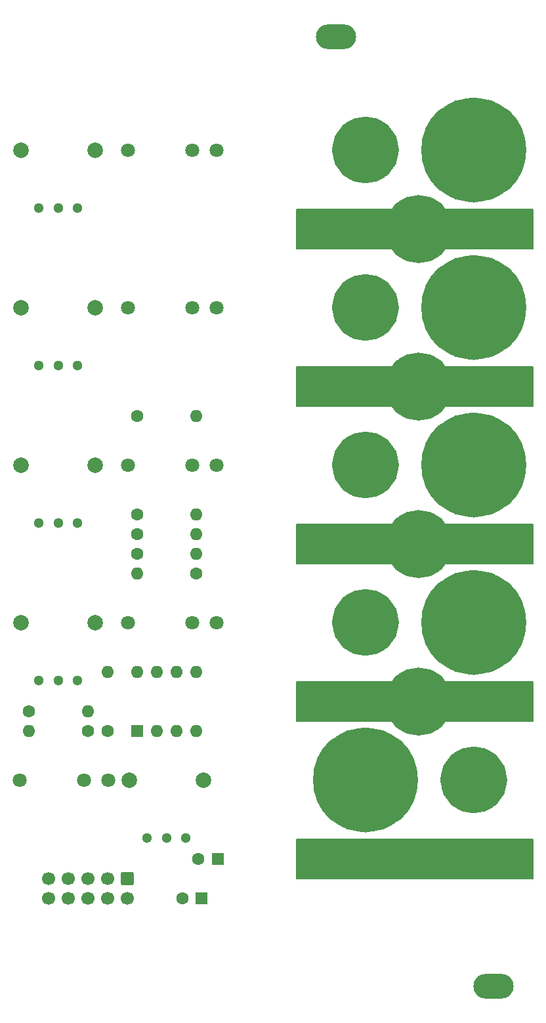
<source format=gbr>
%TF.GenerationSoftware,KiCad,Pcbnew,8.0.1-8.0.1-1~ubuntu22.04.1*%
%TF.CreationDate,2024-04-08T16:27:00+02:00*%
%TF.ProjectId,HagiwoEurorackMixer,48616769-776f-4457-9572-6f7261636b4d,rev?*%
%TF.SameCoordinates,Original*%
%TF.FileFunction,Soldermask,Top*%
%TF.FilePolarity,Negative*%
%FSLAX46Y46*%
G04 Gerber Fmt 4.6, Leading zero omitted, Abs format (unit mm)*
G04 Created by KiCad (PCBNEW 8.0.1-8.0.1-1~ubuntu22.04.1) date 2024-04-08 16:27:00*
%MOMM*%
%LPD*%
G01*
G04 APERTURE LIST*
G04 Aperture macros list*
%AMRoundRect*
0 Rectangle with rounded corners*
0 $1 Rounding radius*
0 $2 $3 $4 $5 $6 $7 $8 $9 X,Y pos of 4 corners*
0 Add a 4 corners polygon primitive as box body*
4,1,4,$2,$3,$4,$5,$6,$7,$8,$9,$2,$3,0*
0 Add four circle primitives for the rounded corners*
1,1,$1+$1,$2,$3*
1,1,$1+$1,$4,$5*
1,1,$1+$1,$6,$7*
1,1,$1+$1,$8,$9*
0 Add four rect primitives between the rounded corners*
20,1,$1+$1,$2,$3,$4,$5,0*
20,1,$1+$1,$4,$5,$6,$7,0*
20,1,$1+$1,$6,$7,$8,$9,0*
20,1,$1+$1,$8,$9,$2,$3,0*%
G04 Aperture macros list end*
%ADD10C,4.302403*%
%ADD11C,4.385523*%
%ADD12C,0.150000*%
%ADD13C,6.780792*%
%ADD14C,3.500000*%
%ADD15C,1.800000*%
%ADD16C,1.600000*%
%ADD17O,1.600000X1.600000*%
%ADD18C,2.000000*%
%ADD19C,1.300000*%
%ADD20R,1.600000X1.600000*%
%ADD21C,3.000000*%
%ADD22RoundRect,0.250000X-0.600000X0.600000X-0.600000X-0.600000X0.600000X-0.600000X0.600000X0.600000X0*%
%ADD23C,1.700000*%
%ADD24O,5.200000X3.200000*%
G04 APERTURE END LIST*
D10*
X117721201Y-53160000D02*
G75*
G02*
X113418799Y-53160000I-2151201J0D01*
G01*
X113418799Y-53160000D02*
G75*
G02*
X117721201Y-53160000I2151201J0D01*
G01*
D11*
X124620761Y-83689213D02*
G75*
G02*
X120235239Y-83689213I-2192761J0D01*
G01*
X120235239Y-83689213D02*
G75*
G02*
X124620761Y-83689213I2192761J0D01*
G01*
D10*
X117721201Y-114120000D02*
G75*
G02*
X113418799Y-114120000I-2151201J0D01*
G01*
X113418799Y-114120000D02*
G75*
G02*
X117721201Y-114120000I2151201J0D01*
G01*
X117721201Y-73480000D02*
G75*
G02*
X113418799Y-73480000I-2151201J0D01*
G01*
X113418799Y-73480000D02*
G75*
G02*
X117721201Y-73480000I2151201J0D01*
G01*
X131691201Y-134440000D02*
G75*
G02*
X127388799Y-134440000I-2151201J0D01*
G01*
X127388799Y-134440000D02*
G75*
G02*
X131691201Y-134440000I2151201J0D01*
G01*
X117721201Y-93800000D02*
G75*
G02*
X113418799Y-93800000I-2151201J0D01*
G01*
X113418799Y-93800000D02*
G75*
G02*
X117721201Y-93800000I2151201J0D01*
G01*
D11*
X124620761Y-63369213D02*
G75*
G02*
X120235239Y-63369213I-2192761J0D01*
G01*
X120235239Y-63369213D02*
G75*
G02*
X124620761Y-63369213I2192761J0D01*
G01*
D12*
X106680000Y-121789213D02*
X137160000Y-121789213D01*
X137160000Y-126869213D01*
X106680000Y-126869213D01*
X106680000Y-121789213D01*
G36*
X106680000Y-121789213D02*
G01*
X137160000Y-121789213D01*
X137160000Y-126869213D01*
X106680000Y-126869213D01*
X106680000Y-121789213D01*
G37*
D13*
X132930396Y-114120000D02*
G75*
G02*
X126149604Y-114120000I-3390396J0D01*
G01*
X126149604Y-114120000D02*
G75*
G02*
X132930396Y-114120000I3390396J0D01*
G01*
D12*
X106680000Y-142109213D02*
X137160000Y-142109213D01*
X137160000Y-147189213D01*
X106680000Y-147189213D01*
X106680000Y-142109213D01*
G36*
X106680000Y-142109213D02*
G01*
X137160000Y-142109213D01*
X137160000Y-147189213D01*
X106680000Y-147189213D01*
X106680000Y-142109213D01*
G37*
D13*
X132930396Y-53160000D02*
G75*
G02*
X126149604Y-53160000I-3390396J0D01*
G01*
X126149604Y-53160000D02*
G75*
G02*
X132930396Y-53160000I3390396J0D01*
G01*
X132930396Y-93800000D02*
G75*
G02*
X126149604Y-93800000I-3390396J0D01*
G01*
X126149604Y-93800000D02*
G75*
G02*
X132930396Y-93800000I3390396J0D01*
G01*
D12*
X106680000Y-101469213D02*
X137160000Y-101469213D01*
X137160000Y-106549213D01*
X106680000Y-106549213D01*
X106680000Y-101469213D01*
G36*
X106680000Y-101469213D02*
G01*
X137160000Y-101469213D01*
X137160000Y-106549213D01*
X106680000Y-106549213D01*
X106680000Y-101469213D01*
G37*
D11*
X124620761Y-104009213D02*
G75*
G02*
X120235239Y-104009213I-2192761J0D01*
G01*
X120235239Y-104009213D02*
G75*
G02*
X124620761Y-104009213I2192761J0D01*
G01*
X124620761Y-124329213D02*
G75*
G02*
X120235239Y-124329213I-2192761J0D01*
G01*
X120235239Y-124329213D02*
G75*
G02*
X124620761Y-124329213I2192761J0D01*
G01*
D13*
X118960396Y-134440000D02*
G75*
G02*
X112179604Y-134440000I-3390396J0D01*
G01*
X112179604Y-134440000D02*
G75*
G02*
X118960396Y-134440000I3390396J0D01*
G01*
D12*
X106680000Y-81149213D02*
X137160000Y-81149213D01*
X137160000Y-86229213D01*
X106680000Y-86229213D01*
X106680000Y-81149213D01*
G36*
X106680000Y-81149213D02*
G01*
X137160000Y-81149213D01*
X137160000Y-86229213D01*
X106680000Y-86229213D01*
X106680000Y-81149213D01*
G37*
X106680000Y-60829213D02*
X137160000Y-60829213D01*
X137160000Y-65909213D01*
X106680000Y-65909213D01*
X106680000Y-60829213D01*
G36*
X106680000Y-60829213D02*
G01*
X137160000Y-60829213D01*
X137160000Y-65909213D01*
X106680000Y-65909213D01*
X106680000Y-60829213D01*
G37*
D13*
X132930396Y-73480000D02*
G75*
G02*
X126149604Y-73480000I-3390396J0D01*
G01*
X126149604Y-73480000D02*
G75*
G02*
X132930396Y-73480000I3390396J0D01*
G01*
D14*
%TO.C,REF\u002A\u002A*%
X129540000Y-114120000D03*
%TD*%
%TO.C,REF\u002A\u002A*%
X129540000Y-93800000D03*
%TD*%
D15*
%TO.C,J3*%
X96370000Y-93800000D03*
X84970000Y-93800000D03*
X93270000Y-93800000D03*
%TD*%
D14*
%TO.C,REF\u002A\u002A*%
X115570000Y-134440000D03*
%TD*%
D16*
%TO.C,R5*%
X93700000Y-107770000D03*
D17*
X86080000Y-107770000D03*
%TD*%
D16*
%TO.C,R7*%
X82270000Y-128090000D03*
D17*
X82270000Y-120470000D03*
%TD*%
D15*
%TO.C,J5*%
X82400000Y-134440000D03*
X71000000Y-134440000D03*
X79300000Y-134440000D03*
%TD*%
D18*
%TO.C,RV4*%
X71120000Y-114120000D03*
X80720000Y-114120000D03*
D19*
X73420000Y-121620000D03*
X75920000Y-121620000D03*
X78420000Y-121620000D03*
%TD*%
D16*
%TO.C,R4*%
X86080000Y-105230000D03*
D17*
X93700000Y-105230000D03*
%TD*%
D20*
%TO.C,C2*%
X96494000Y-144600000D03*
D16*
X93994000Y-144600000D03*
%TD*%
D21*
%TO.C,REF\u002A\u002A*%
X115570000Y-73480000D03*
%TD*%
D20*
%TO.C,U2*%
X86080000Y-128090000D03*
D17*
X88620000Y-128090000D03*
X91160000Y-128090000D03*
X93700000Y-128090000D03*
X93700000Y-120470000D03*
X91160000Y-120470000D03*
X88620000Y-120470000D03*
X86080000Y-120470000D03*
%TD*%
D21*
%TO.C,REF\u002A\u002A*%
X115570000Y-53160000D03*
%TD*%
D22*
%TO.C,J6*%
X84810000Y-147140000D03*
D23*
X84810000Y-149680000D03*
X82270000Y-147140000D03*
X82270000Y-149680000D03*
X79730000Y-147140000D03*
X79730000Y-149680000D03*
X77190000Y-147140000D03*
X77190000Y-149680000D03*
X74650000Y-147140000D03*
X74650000Y-149680000D03*
%TD*%
D18*
%TO.C,RV5*%
X85097034Y-134440000D03*
X94697034Y-134440000D03*
D19*
X87397034Y-141940000D03*
X89897034Y-141940000D03*
X92397034Y-141940000D03*
%TD*%
D16*
%TO.C,R1*%
X86080000Y-87450000D03*
D17*
X93700000Y-87450000D03*
%TD*%
D21*
%TO.C,REF\u002A\u002A*%
X129540000Y-134440000D03*
%TD*%
D24*
%TO.C,REF\u002A\u002A*%
X111760000Y-38557200D03*
%TD*%
D18*
%TO.C,RV1*%
X71120000Y-53160000D03*
X80720000Y-53160000D03*
D19*
X73420000Y-60660000D03*
X75920000Y-60660000D03*
X78420000Y-60660000D03*
%TD*%
D20*
%TO.C,C1*%
X94422000Y-149680000D03*
D16*
X91922000Y-149680000D03*
%TD*%
%TO.C,R3*%
X86080000Y-102690000D03*
D17*
X93700000Y-102690000D03*
%TD*%
D21*
%TO.C,REF\u002A\u002A*%
X115570000Y-93800000D03*
%TD*%
D14*
%TO.C,REF\u002A\u002A*%
X129540000Y-73480000D03*
%TD*%
D24*
%TO.C,REF\u002A\u002A*%
X132080000Y-161061400D03*
%TD*%
D15*
%TO.C,J2*%
X96370000Y-73480000D03*
X84970000Y-73480000D03*
X93270000Y-73480000D03*
%TD*%
D16*
%TO.C,R6*%
X72110000Y-125550000D03*
D17*
X79730000Y-125550000D03*
%TD*%
D18*
%TO.C,RV3*%
X71120000Y-93800000D03*
X80720000Y-93800000D03*
D19*
X73420000Y-101300000D03*
X75920000Y-101300000D03*
X78420000Y-101300000D03*
%TD*%
D16*
%TO.C,R8*%
X79730000Y-128090000D03*
D17*
X72110000Y-128090000D03*
%TD*%
D21*
%TO.C,REF\u002A\u002A*%
X115570000Y-114120000D03*
%TD*%
D15*
%TO.C,J4*%
X96370000Y-114120000D03*
X84970000Y-114120000D03*
X93270000Y-114120000D03*
%TD*%
D14*
%TO.C,REF\u002A\u002A*%
X129540000Y-53160000D03*
%TD*%
D15*
%TO.C,J1*%
X96370000Y-53160000D03*
X84970000Y-53160000D03*
X93270000Y-53160000D03*
%TD*%
D18*
%TO.C,RV2*%
X71120000Y-73480000D03*
X80720000Y-73480000D03*
D19*
X73420000Y-80980000D03*
X75920000Y-80980000D03*
X78420000Y-80980000D03*
%TD*%
D16*
%TO.C,R2*%
X86080000Y-100150000D03*
D17*
X93700000Y-100150000D03*
%TD*%
M02*

</source>
